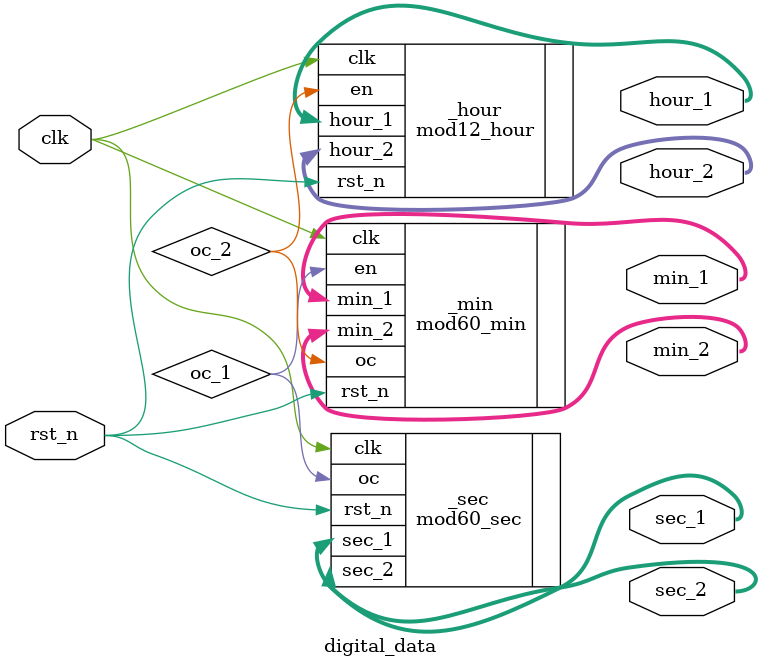
<source format=v>
`timescale 1ns/1ps
`include "mod60_sec.v"
`include "mod60_min.v"
`include "mod12_hour.v"
module digital_data(
    input                  clk    ,        // 时钟信号
    input                  rst_n  ,        // 复位信号
    output   [3:0]      sec_1    ,        // 秒1
    output   [3:0]      sec_2    ,        // 秒2
    output   [3:0]      min_1    ,        // 分1
    output   [3:0]      min_2    ,        // 分2
    output   [3:0]      hour_1   ,        // 时1
    output   [3:0]      hour_2          // 时2

);
    wire oc_1;
    wire oc_2;
    mod60_sec _sec(.clk(clk),.rst_n(rst_n),.sec_1(sec_1),.sec_2(sec_2),.oc(oc_1));
    mod60_min _min(.clk(clk),.en(oc_1),.rst_n(rst_n),.min_1(min_1),.min_2(min_2),.oc(oc_2));
    mod12_hour _hour(.clk(clk),.en(oc_2),.rst_n(rst_n),.hour_1(hour_1),.hour_2(hour_2));
endmodule
</source>
